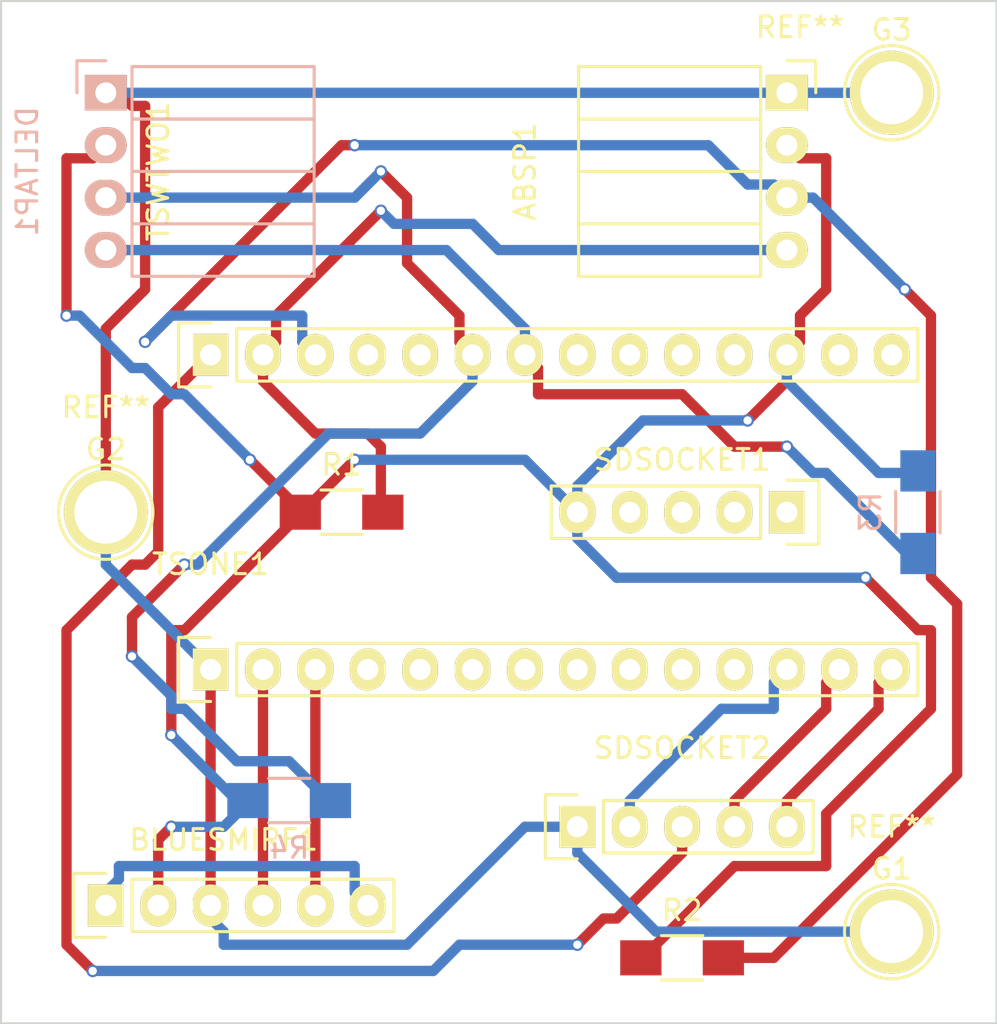
<source format=kicad_pcb>
(kicad_pcb (version 4) (host pcbnew 4.0.1-stable)

  (general
    (links 30)
    (no_connects 0)
    (area 120.599999 62.814999 168.960001 112.445001)
    (thickness 1.6)
    (drawings 63)
    (tracks 192)
    (zones 0)
    (modules 17)
    (nets 34)
  )

  (page A4)
  (title_block
    (title "ADC Amaranth")
    (date 2016-02-02)
    (company BasicAirData)
  )

  (layers
    (0 F.Cu signal)
    (31 B.Cu signal)
    (32 B.Adhes user)
    (33 F.Adhes user)
    (34 B.Paste user)
    (35 F.Paste user)
    (36 B.SilkS user)
    (37 F.SilkS user)
    (38 B.Mask user)
    (39 F.Mask user)
    (40 Dwgs.User user)
    (41 Cmts.User user)
    (42 Eco1.User user)
    (43 Eco2.User user)
    (44 Edge.Cuts user)
    (45 Margin user hide)
    (46 B.CrtYd user hide)
    (47 F.CrtYd user hide)
    (48 B.Fab user hide)
    (49 F.Fab user hide)
  )

  (setup
    (last_trace_width 0.5)
    (user_trace_width 0.5)
    (trace_clearance 0.2)
    (zone_clearance 0.508)
    (zone_45_only no)
    (trace_min 0.2)
    (segment_width 0.2)
    (edge_width 0.15)
    (via_size 0.6)
    (via_drill 0.4)
    (via_min_size 0.4)
    (via_min_drill 0.3)
    (uvia_size 0.3)
    (uvia_drill 0.1)
    (uvias_allowed no)
    (uvia_min_size 0.2)
    (uvia_min_drill 0.1)
    (pcb_text_width 0.3)
    (pcb_text_size 1.5 1.5)
    (mod_edge_width 0.15)
    (mod_text_size 1 1)
    (mod_text_width 0.15)
    (pad_size 1.524 1.524)
    (pad_drill 0.762)
    (pad_to_mask_clearance 0.2)
    (aux_axis_origin 0 0)
    (grid_origin 16.51 193.04)
    (visible_elements 7FFFFFFF)
    (pcbplotparams
      (layerselection 0x00030_80000001)
      (usegerberextensions false)
      (excludeedgelayer true)
      (linewidth 0.100000)
      (plotframeref false)
      (viasonmask false)
      (mode 1)
      (useauxorigin false)
      (hpglpennumber 1)
      (hpglpenspeed 20)
      (hpglpendiameter 15)
      (hpglpenoverlay 2)
      (psnegative false)
      (psa4output false)
      (plotreference true)
      (plotvalue true)
      (plotinvisibletext false)
      (padsonsilk false)
      (subtractmaskfromsilk false)
      (outputformat 1)
      (mirror false)
      (drillshape 1)
      (scaleselection 1)
      (outputdirectory ""))
  )

  (net 0 "")
  (net 1 "Net-(ABSP1-Pad1)")
  (net 2 "Net-(ABSP1-Pad2)")
  (net 3 "Net-(ABSP1-Pad3)")
  (net 4 "Net-(ABSP1-Pad4)")
  (net 5 "Net-(DELTAP1-Pad3)")
  (net 6 "Net-(DELTAP1-Pad4)")
  (net 7 "Net-(SDSOCKET1-Pad1)")
  (net 8 "Net-(SDSOCKET1-Pad2)")
  (net 9 "Net-(SDSOCKET1-Pad3)")
  (net 10 "Net-(SDSOCKET1-Pad4)")
  (net 11 "Net-(SDSOCKET2-Pad2)")
  (net 12 "Net-(SDSOCKET2-Pad3)")
  (net 13 "Net-(SDSOCKET2-Pad4)")
  (net 14 "Net-(SDSOCKET2-Pad5)")
  (net 15 "Net-(TSONE1-Pad4)")
  (net 16 "Net-(TSONE1-Pad5)")
  (net 17 "Net-(TSONE1-Pad6)")
  (net 18 "Net-(TSONE1-Pad7)")
  (net 19 "Net-(TSONE1-Pad8)")
  (net 20 "Net-(TSONE1-Pad9)")
  (net 21 "Net-(TSONE1-Pad10)")
  (net 22 "Net-(TSONE1-Pad11)")
  (net 23 "Net-(TSWTWO1-Pad4)")
  (net 24 "Net-(TSWTWO1-Pad5)")
  (net 25 "Net-(TSWTWO1-Pad8)")
  (net 26 "Net-(TSWTWO1-Pad9)")
  (net 27 "Net-(TSWTWO1-Pad10)")
  (net 28 "Net-(TSWTWO1-Pad11)")
  (net 29 "Net-(TSWTWO1-Pad13)")
  (net 30 "Net-(TSWTWO1-Pad14)")
  (net 31 "Net-(BLUESMIRF1-Pad1)")
  (net 32 "Net-(BLUESMIRF1-Pad4)")
  (net 33 "Net-(BLUESMIRF1-Pad5)")

  (net_class Default "This is the default net class."
    (clearance 0.2)
    (trace_width 0.5)
    (via_dia 0.6)
    (via_drill 0.4)
    (uvia_dia 0.3)
    (uvia_drill 0.1)
    (add_net "Net-(ABSP1-Pad1)")
    (add_net "Net-(ABSP1-Pad2)")
    (add_net "Net-(ABSP1-Pad3)")
    (add_net "Net-(ABSP1-Pad4)")
    (add_net "Net-(BLUESMIRF1-Pad1)")
    (add_net "Net-(BLUESMIRF1-Pad4)")
    (add_net "Net-(BLUESMIRF1-Pad5)")
    (add_net "Net-(DELTAP1-Pad3)")
    (add_net "Net-(DELTAP1-Pad4)")
    (add_net "Net-(SDSOCKET1-Pad1)")
    (add_net "Net-(SDSOCKET1-Pad2)")
    (add_net "Net-(SDSOCKET1-Pad3)")
    (add_net "Net-(SDSOCKET1-Pad4)")
    (add_net "Net-(SDSOCKET2-Pad2)")
    (add_net "Net-(SDSOCKET2-Pad3)")
    (add_net "Net-(SDSOCKET2-Pad4)")
    (add_net "Net-(SDSOCKET2-Pad5)")
    (add_net "Net-(TSONE1-Pad10)")
    (add_net "Net-(TSONE1-Pad11)")
    (add_net "Net-(TSONE1-Pad4)")
    (add_net "Net-(TSONE1-Pad5)")
    (add_net "Net-(TSONE1-Pad6)")
    (add_net "Net-(TSONE1-Pad7)")
    (add_net "Net-(TSONE1-Pad8)")
    (add_net "Net-(TSONE1-Pad9)")
    (add_net "Net-(TSWTWO1-Pad10)")
    (add_net "Net-(TSWTWO1-Pad11)")
    (add_net "Net-(TSWTWO1-Pad13)")
    (add_net "Net-(TSWTWO1-Pad14)")
    (add_net "Net-(TSWTWO1-Pad4)")
    (add_net "Net-(TSWTWO1-Pad5)")
    (add_net "Net-(TSWTWO1-Pad8)")
    (add_net "Net-(TSWTWO1-Pad9)")
  )

  (net_class BaD ""
    (clearance 0.2)
    (trace_width 0.25)
    (via_dia 0.6)
    (via_drill 0.4)
    (uvia_dia 0.3)
    (uvia_drill 0.1)
  )

  (module Socket_Strips:Socket_Strip_Straight_1x14 (layer F.Cu) (tedit 56B1B644) (tstamp 56B07734)
    (at 130.81 80.01)
    (descr "Through hole socket strip")
    (tags "socket strip")
    (path /56B09909)
    (fp_text reference TSWTWO1 (at -2.54 -8.89 90) (layer F.SilkS)
      (effects (font (size 1 1) (thickness 0.15)))
    )
    (fp_text value CONN_01X14 (at 0 -3.1) (layer F.Fab)
      (effects (font (size 1 1) (thickness 0.15)))
    )
    (fp_line (start -1.75 -1.75) (end -1.75 1.75) (layer F.CrtYd) (width 0.05))
    (fp_line (start 34.8 -1.75) (end 34.8 1.75) (layer F.CrtYd) (width 0.05))
    (fp_line (start -1.75 -1.75) (end 34.8 -1.75) (layer F.CrtYd) (width 0.05))
    (fp_line (start -1.75 1.75) (end 34.8 1.75) (layer F.CrtYd) (width 0.05))
    (fp_line (start 1.27 -1.27) (end 34.29 -1.27) (layer F.SilkS) (width 0.15))
    (fp_line (start 34.29 -1.27) (end 34.29 1.27) (layer F.SilkS) (width 0.15))
    (fp_line (start 34.29 1.27) (end 1.27 1.27) (layer F.SilkS) (width 0.15))
    (fp_line (start -1.55 1.55) (end 0 1.55) (layer F.SilkS) (width 0.15))
    (fp_line (start 1.27 1.27) (end 1.27 -1.27) (layer F.SilkS) (width 0.15))
    (fp_line (start 0 -1.55) (end -1.55 -1.55) (layer F.SilkS) (width 0.15))
    (fp_line (start -1.55 -1.55) (end -1.55 1.55) (layer F.SilkS) (width 0.15))
    (pad 1 thru_hole rect (at 0 0) (size 1.7272 2.032) (drill 1.016) (layers *.Cu *.Mask F.SilkS)
      (net 12 "Net-(SDSOCKET2-Pad3)"))
    (pad 2 thru_hole oval (at 2.54 0) (size 1.7272 2.032) (drill 1.016) (layers *.Cu *.Mask F.SilkS)
      (net 4 "Net-(ABSP1-Pad4)"))
    (pad 3 thru_hole oval (at 5.08 0) (size 1.7272 2.032) (drill 1.016) (layers *.Cu *.Mask F.SilkS)
      (net 3 "Net-(ABSP1-Pad3)"))
    (pad 4 thru_hole oval (at 7.62 0) (size 1.7272 2.032) (drill 1.016) (layers *.Cu *.Mask F.SilkS)
      (net 23 "Net-(TSWTWO1-Pad4)"))
    (pad 5 thru_hole oval (at 10.16 0) (size 1.7272 2.032) (drill 1.016) (layers *.Cu *.Mask F.SilkS)
      (net 24 "Net-(TSWTWO1-Pad5)"))
    (pad 6 thru_hole oval (at 12.7 0) (size 1.7272 2.032) (drill 1.016) (layers *.Cu *.Mask F.SilkS)
      (net 5 "Net-(DELTAP1-Pad3)"))
    (pad 7 thru_hole oval (at 15.24 0) (size 1.7272 2.032) (drill 1.016) (layers *.Cu *.Mask F.SilkS)
      (net 6 "Net-(DELTAP1-Pad4)"))
    (pad 8 thru_hole oval (at 17.78 0) (size 1.7272 2.032) (drill 1.016) (layers *.Cu *.Mask F.SilkS)
      (net 25 "Net-(TSWTWO1-Pad8)"))
    (pad 9 thru_hole oval (at 20.32 0) (size 1.7272 2.032) (drill 1.016) (layers *.Cu *.Mask F.SilkS)
      (net 26 "Net-(TSWTWO1-Pad9)"))
    (pad 10 thru_hole oval (at 22.86 0) (size 1.7272 2.032) (drill 1.016) (layers *.Cu *.Mask F.SilkS)
      (net 27 "Net-(TSWTWO1-Pad10)"))
    (pad 11 thru_hole oval (at 25.4 0) (size 1.7272 2.032) (drill 1.016) (layers *.Cu *.Mask F.SilkS)
      (net 28 "Net-(TSWTWO1-Pad11)"))
    (pad 12 thru_hole oval (at 27.94 0) (size 1.7272 2.032) (drill 1.016) (layers *.Cu *.Mask F.SilkS)
      (net 2 "Net-(ABSP1-Pad2)"))
    (pad 13 thru_hole oval (at 30.48 0) (size 1.7272 2.032) (drill 1.016) (layers *.Cu *.Mask F.SilkS)
      (net 29 "Net-(TSWTWO1-Pad13)"))
    (pad 14 thru_hole oval (at 33.02 0) (size 1.7272 2.032) (drill 1.016) (layers *.Cu *.Mask F.SilkS)
      (net 30 "Net-(TSWTWO1-Pad14)"))
    (model Socket_Strips.3dshapes/Socket_Strip_Straight_1x14.wrl
      (at (xyz 0.65 0 0))
      (scale (xyz 1 1 1))
      (rotate (xyz 0 0 180))
    )
  )

  (module Socket_Strips:Socket_Strip_Angled_1x04 (layer B.Cu) (tedit 56B1B6E0) (tstamp 56B076E6)
    (at 125.73 67.31 270)
    (descr "Through hole socket strip")
    (tags "socket strip")
    (path /56AF5FB9)
    (fp_text reference DELTAP1 (at 3.81 3.81 270) (layer B.SilkS)
      (effects (font (size 1 1) (thickness 0.15)) (justify mirror))
    )
    (fp_text value CONN_01X04 (at 0 2.75 270) (layer B.Fab)
      (effects (font (size 1 1) (thickness 0.15)) (justify mirror))
    )
    (fp_line (start -1.75 1.5) (end -1.75 -10.6) (layer B.CrtYd) (width 0.05))
    (fp_line (start 9.4 1.5) (end 9.4 -10.6) (layer B.CrtYd) (width 0.05))
    (fp_line (start -1.75 1.5) (end 9.4 1.5) (layer B.CrtYd) (width 0.05))
    (fp_line (start -1.75 -10.6) (end 9.4 -10.6) (layer B.CrtYd) (width 0.05))
    (fp_line (start 8.89 -10.1) (end 8.89 -1.27) (layer B.SilkS) (width 0.15))
    (fp_line (start 6.35 -10.1) (end 8.89 -10.1) (layer B.SilkS) (width 0.15))
    (fp_line (start 6.35 -1.27) (end 8.89 -1.27) (layer B.SilkS) (width 0.15))
    (fp_line (start 3.81 -1.27) (end 6.35 -1.27) (layer B.SilkS) (width 0.15))
    (fp_line (start 3.81 -10.1) (end 6.35 -10.1) (layer B.SilkS) (width 0.15))
    (fp_line (start 6.35 -10.1) (end 6.35 -1.27) (layer B.SilkS) (width 0.15))
    (fp_line (start 3.81 -10.1) (end 3.81 -1.27) (layer B.SilkS) (width 0.15))
    (fp_line (start 1.27 -10.1) (end 3.81 -10.1) (layer B.SilkS) (width 0.15))
    (fp_line (start 1.27 -1.27) (end 1.27 -10.1) (layer B.SilkS) (width 0.15))
    (fp_line (start 1.27 -1.27) (end 3.81 -1.27) (layer B.SilkS) (width 0.15))
    (fp_line (start -1.27 -1.27) (end 1.27 -1.27) (layer B.SilkS) (width 0.15))
    (fp_line (start 0 1.4) (end -1.55 1.4) (layer B.SilkS) (width 0.15))
    (fp_line (start -1.55 1.4) (end -1.55 0) (layer B.SilkS) (width 0.15))
    (fp_line (start -1.27 -1.27) (end -1.27 -10.1) (layer B.SilkS) (width 0.15))
    (fp_line (start -1.27 -10.1) (end 1.27 -10.1) (layer B.SilkS) (width 0.15))
    (fp_line (start 1.27 -10.1) (end 1.27 -1.27) (layer B.SilkS) (width 0.15))
    (pad 1 thru_hole rect (at 0 0 270) (size 1.7272 2.032) (drill 1.016) (layers *.Cu *.Mask B.SilkS)
      (net 1 "Net-(ABSP1-Pad1)"))
    (pad 2 thru_hole oval (at 2.54 0 270) (size 1.7272 2.032) (drill 1.016) (layers *.Cu *.Mask B.SilkS)
      (net 2 "Net-(ABSP1-Pad2)"))
    (pad 3 thru_hole oval (at 5.08 0 270) (size 1.7272 2.032) (drill 1.016) (layers *.Cu *.Mask B.SilkS)
      (net 5 "Net-(DELTAP1-Pad3)"))
    (pad 4 thru_hole oval (at 7.62 0 270) (size 1.7272 2.032) (drill 1.016) (layers *.Cu *.Mask B.SilkS)
      (net 6 "Net-(DELTAP1-Pad4)"))
    (model Socket_Strips.3dshapes/Socket_Strip_Angled_1x04.wrl
      (at (xyz 0.15 0 0))
      (scale (xyz 1 1 1))
      (rotate (xyz 0 0 180))
    )
  )

  (module Socket_Strips:Socket_Strip_Angled_1x04 (layer F.Cu) (tedit 56B1B56F) (tstamp 56B076D4)
    (at 158.75 67.31 270)
    (descr "Through hole socket strip")
    (tags "socket strip")
    (path /56AF5F5C)
    (fp_text reference ABSP1 (at 3.81 12.7 270) (layer F.SilkS)
      (effects (font (size 1 1) (thickness 0.15)))
    )
    (fp_text value CONN_01X04 (at 6.35 -3.81 270) (layer F.Fab)
      (effects (font (size 1 1) (thickness 0.15)))
    )
    (fp_line (start -1.75 -1.5) (end -1.75 10.6) (layer F.CrtYd) (width 0.05))
    (fp_line (start 9.4 -1.5) (end 9.4 10.6) (layer F.CrtYd) (width 0.05))
    (fp_line (start -1.75 -1.5) (end 9.4 -1.5) (layer F.CrtYd) (width 0.05))
    (fp_line (start -1.75 10.6) (end 9.4 10.6) (layer F.CrtYd) (width 0.05))
    (fp_line (start 8.89 10.1) (end 8.89 1.27) (layer F.SilkS) (width 0.15))
    (fp_line (start 6.35 10.1) (end 8.89 10.1) (layer F.SilkS) (width 0.15))
    (fp_line (start 6.35 1.27) (end 8.89 1.27) (layer F.SilkS) (width 0.15))
    (fp_line (start 3.81 1.27) (end 6.35 1.27) (layer F.SilkS) (width 0.15))
    (fp_line (start 3.81 10.1) (end 6.35 10.1) (layer F.SilkS) (width 0.15))
    (fp_line (start 6.35 10.1) (end 6.35 1.27) (layer F.SilkS) (width 0.15))
    (fp_line (start 3.81 10.1) (end 3.81 1.27) (layer F.SilkS) (width 0.15))
    (fp_line (start 1.27 10.1) (end 3.81 10.1) (layer F.SilkS) (width 0.15))
    (fp_line (start 1.27 1.27) (end 1.27 10.1) (layer F.SilkS) (width 0.15))
    (fp_line (start 1.27 1.27) (end 3.81 1.27) (layer F.SilkS) (width 0.15))
    (fp_line (start -1.27 1.27) (end 1.27 1.27) (layer F.SilkS) (width 0.15))
    (fp_line (start 0 -1.4) (end -1.55 -1.4) (layer F.SilkS) (width 0.15))
    (fp_line (start -1.55 -1.4) (end -1.55 0) (layer F.SilkS) (width 0.15))
    (fp_line (start -1.27 1.27) (end -1.27 10.1) (layer F.SilkS) (width 0.15))
    (fp_line (start -1.27 10.1) (end 1.27 10.1) (layer F.SilkS) (width 0.15))
    (fp_line (start 1.27 10.1) (end 1.27 1.27) (layer F.SilkS) (width 0.15))
    (pad 1 thru_hole rect (at 0 0 270) (size 1.7272 2.032) (drill 1.016) (layers *.Cu *.Mask F.SilkS)
      (net 1 "Net-(ABSP1-Pad1)"))
    (pad 2 thru_hole oval (at 2.54 0 270) (size 1.7272 2.032) (drill 1.016) (layers *.Cu *.Mask F.SilkS)
      (net 2 "Net-(ABSP1-Pad2)"))
    (pad 3 thru_hole oval (at 5.08 0 270) (size 1.7272 2.032) (drill 1.016) (layers *.Cu *.Mask F.SilkS)
      (net 3 "Net-(ABSP1-Pad3)"))
    (pad 4 thru_hole oval (at 7.62 0 270) (size 1.7272 2.032) (drill 1.016) (layers *.Cu *.Mask F.SilkS)
      (net 4 "Net-(ABSP1-Pad4)"))
    (model Socket_Strips.3dshapes/Socket_Strip_Angled_1x04.wrl
      (at (xyz 0.15 0 0))
      (scale (xyz 1 1 1))
      (rotate (xyz 0 0 180))
    )
  )

  (module Socket_Strips:Socket_Strip_Straight_1x05 (layer F.Cu) (tedit 56B1B603) (tstamp 56B07707)
    (at 158.75 87.63 180)
    (descr "Through hole socket strip")
    (tags "socket strip")
    (path /56AF4CB8)
    (fp_text reference SDSOCKET1 (at 5.08 2.54 180) (layer F.SilkS)
      (effects (font (size 1 1) (thickness 0.15)))
    )
    (fp_text value CONN_01X05 (at 0 -3.1 180) (layer F.Fab)
      (effects (font (size 1 1) (thickness 0.15)))
    )
    (fp_line (start -1.75 -1.75) (end -1.75 1.75) (layer F.CrtYd) (width 0.05))
    (fp_line (start 11.95 -1.75) (end 11.95 1.75) (layer F.CrtYd) (width 0.05))
    (fp_line (start -1.75 -1.75) (end 11.95 -1.75) (layer F.CrtYd) (width 0.05))
    (fp_line (start -1.75 1.75) (end 11.95 1.75) (layer F.CrtYd) (width 0.05))
    (fp_line (start 1.27 1.27) (end 11.43 1.27) (layer F.SilkS) (width 0.15))
    (fp_line (start 11.43 1.27) (end 11.43 -1.27) (layer F.SilkS) (width 0.15))
    (fp_line (start 11.43 -1.27) (end 1.27 -1.27) (layer F.SilkS) (width 0.15))
    (fp_line (start -1.55 1.55) (end 0 1.55) (layer F.SilkS) (width 0.15))
    (fp_line (start 1.27 1.27) (end 1.27 -1.27) (layer F.SilkS) (width 0.15))
    (fp_line (start 0 -1.55) (end -1.55 -1.55) (layer F.SilkS) (width 0.15))
    (fp_line (start -1.55 -1.55) (end -1.55 1.55) (layer F.SilkS) (width 0.15))
    (pad 1 thru_hole rect (at 0 0 180) (size 1.7272 2.032) (drill 1.016) (layers *.Cu *.Mask F.SilkS)
      (net 7 "Net-(SDSOCKET1-Pad1)"))
    (pad 2 thru_hole oval (at 2.54 0 180) (size 1.7272 2.032) (drill 1.016) (layers *.Cu *.Mask F.SilkS)
      (net 8 "Net-(SDSOCKET1-Pad2)"))
    (pad 3 thru_hole oval (at 5.08 0 180) (size 1.7272 2.032) (drill 1.016) (layers *.Cu *.Mask F.SilkS)
      (net 9 "Net-(SDSOCKET1-Pad3)"))
    (pad 4 thru_hole oval (at 7.62 0 180) (size 1.7272 2.032) (drill 1.016) (layers *.Cu *.Mask F.SilkS)
      (net 10 "Net-(SDSOCKET1-Pad4)"))
    (pad 5 thru_hole oval (at 10.16 0 180) (size 1.7272 2.032) (drill 1.016) (layers *.Cu *.Mask F.SilkS)
      (net 2 "Net-(ABSP1-Pad2)"))
    (model Socket_Strips.3dshapes/Socket_Strip_Straight_1x05.wrl
      (at (xyz 0.2 0 0))
      (scale (xyz 1 1 1))
      (rotate (xyz 0 0 180))
    )
  )

  (module Socket_Strips:Socket_Strip_Straight_1x05 (layer F.Cu) (tedit 56B1B5FC) (tstamp 56B07710)
    (at 148.59 102.87)
    (descr "Through hole socket strip")
    (tags "socket strip")
    (path /56AF4EA2)
    (fp_text reference SDSOCKET2 (at 5.08 -3.81) (layer F.SilkS)
      (effects (font (size 1 1) (thickness 0.15)))
    )
    (fp_text value CONN_01X05 (at 0 -3.1) (layer F.Fab)
      (effects (font (size 1 1) (thickness 0.15)))
    )
    (fp_line (start -1.75 -1.75) (end -1.75 1.75) (layer F.CrtYd) (width 0.05))
    (fp_line (start 11.95 -1.75) (end 11.95 1.75) (layer F.CrtYd) (width 0.05))
    (fp_line (start -1.75 -1.75) (end 11.95 -1.75) (layer F.CrtYd) (width 0.05))
    (fp_line (start -1.75 1.75) (end 11.95 1.75) (layer F.CrtYd) (width 0.05))
    (fp_line (start 1.27 1.27) (end 11.43 1.27) (layer F.SilkS) (width 0.15))
    (fp_line (start 11.43 1.27) (end 11.43 -1.27) (layer F.SilkS) (width 0.15))
    (fp_line (start 11.43 -1.27) (end 1.27 -1.27) (layer F.SilkS) (width 0.15))
    (fp_line (start -1.55 1.55) (end 0 1.55) (layer F.SilkS) (width 0.15))
    (fp_line (start 1.27 1.27) (end 1.27 -1.27) (layer F.SilkS) (width 0.15))
    (fp_line (start 0 -1.55) (end -1.55 -1.55) (layer F.SilkS) (width 0.15))
    (fp_line (start -1.55 -1.55) (end -1.55 1.55) (layer F.SilkS) (width 0.15))
    (pad 1 thru_hole rect (at 0 0) (size 1.7272 2.032) (drill 1.016) (layers *.Cu *.Mask F.SilkS)
      (net 1 "Net-(ABSP1-Pad1)"))
    (pad 2 thru_hole oval (at 2.54 0) (size 1.7272 2.032) (drill 1.016) (layers *.Cu *.Mask F.SilkS)
      (net 11 "Net-(SDSOCKET2-Pad2)"))
    (pad 3 thru_hole oval (at 5.08 0) (size 1.7272 2.032) (drill 1.016) (layers *.Cu *.Mask F.SilkS)
      (net 12 "Net-(SDSOCKET2-Pad3)"))
    (pad 4 thru_hole oval (at 7.62 0) (size 1.7272 2.032) (drill 1.016) (layers *.Cu *.Mask F.SilkS)
      (net 13 "Net-(SDSOCKET2-Pad4)"))
    (pad 5 thru_hole oval (at 10.16 0) (size 1.7272 2.032) (drill 1.016) (layers *.Cu *.Mask F.SilkS)
      (net 14 "Net-(SDSOCKET2-Pad5)"))
    (model Socket_Strips.3dshapes/Socket_Strip_Straight_1x05.wrl
      (at (xyz 0.2 0 0))
      (scale (xyz 1 1 1))
      (rotate (xyz 0 0 180))
    )
  )

  (module Socket_Strips:Socket_Strip_Straight_1x14 (layer F.Cu) (tedit 0) (tstamp 56B07722)
    (at 130.81 95.25)
    (descr "Through hole socket strip")
    (tags "socket strip")
    (path /56B09F71)
    (fp_text reference TSONE1 (at 0 -5.1) (layer F.SilkS)
      (effects (font (size 1 1) (thickness 0.15)))
    )
    (fp_text value CONN_01X14 (at 0 -3.1) (layer F.Fab)
      (effects (font (size 1 1) (thickness 0.15)))
    )
    (fp_line (start -1.75 -1.75) (end -1.75 1.75) (layer F.CrtYd) (width 0.05))
    (fp_line (start 34.8 -1.75) (end 34.8 1.75) (layer F.CrtYd) (width 0.05))
    (fp_line (start -1.75 -1.75) (end 34.8 -1.75) (layer F.CrtYd) (width 0.05))
    (fp_line (start -1.75 1.75) (end 34.8 1.75) (layer F.CrtYd) (width 0.05))
    (fp_line (start 1.27 -1.27) (end 34.29 -1.27) (layer F.SilkS) (width 0.15))
    (fp_line (start 34.29 -1.27) (end 34.29 1.27) (layer F.SilkS) (width 0.15))
    (fp_line (start 34.29 1.27) (end 1.27 1.27) (layer F.SilkS) (width 0.15))
    (fp_line (start -1.55 1.55) (end 0 1.55) (layer F.SilkS) (width 0.15))
    (fp_line (start 1.27 1.27) (end 1.27 -1.27) (layer F.SilkS) (width 0.15))
    (fp_line (start 0 -1.55) (end -1.55 -1.55) (layer F.SilkS) (width 0.15))
    (fp_line (start -1.55 -1.55) (end -1.55 1.55) (layer F.SilkS) (width 0.15))
    (pad 1 thru_hole rect (at 0 0) (size 1.7272 2.032) (drill 1.016) (layers *.Cu *.Mask F.SilkS)
      (net 1 "Net-(ABSP1-Pad1)"))
    (pad 2 thru_hole oval (at 2.54 0) (size 1.7272 2.032) (drill 1.016) (layers *.Cu *.Mask F.SilkS)
      (net 32 "Net-(BLUESMIRF1-Pad4)"))
    (pad 3 thru_hole oval (at 5.08 0) (size 1.7272 2.032) (drill 1.016) (layers *.Cu *.Mask F.SilkS)
      (net 33 "Net-(BLUESMIRF1-Pad5)"))
    (pad 4 thru_hole oval (at 7.62 0) (size 1.7272 2.032) (drill 1.016) (layers *.Cu *.Mask F.SilkS)
      (net 15 "Net-(TSONE1-Pad4)"))
    (pad 5 thru_hole oval (at 10.16 0) (size 1.7272 2.032) (drill 1.016) (layers *.Cu *.Mask F.SilkS)
      (net 16 "Net-(TSONE1-Pad5)"))
    (pad 6 thru_hole oval (at 12.7 0) (size 1.7272 2.032) (drill 1.016) (layers *.Cu *.Mask F.SilkS)
      (net 17 "Net-(TSONE1-Pad6)"))
    (pad 7 thru_hole oval (at 15.24 0) (size 1.7272 2.032) (drill 1.016) (layers *.Cu *.Mask F.SilkS)
      (net 18 "Net-(TSONE1-Pad7)"))
    (pad 8 thru_hole oval (at 17.78 0) (size 1.7272 2.032) (drill 1.016) (layers *.Cu *.Mask F.SilkS)
      (net 19 "Net-(TSONE1-Pad8)"))
    (pad 9 thru_hole oval (at 20.32 0) (size 1.7272 2.032) (drill 1.016) (layers *.Cu *.Mask F.SilkS)
      (net 20 "Net-(TSONE1-Pad9)"))
    (pad 10 thru_hole oval (at 22.86 0) (size 1.7272 2.032) (drill 1.016) (layers *.Cu *.Mask F.SilkS)
      (net 21 "Net-(TSONE1-Pad10)"))
    (pad 11 thru_hole oval (at 25.4 0) (size 1.7272 2.032) (drill 1.016) (layers *.Cu *.Mask F.SilkS)
      (net 22 "Net-(TSONE1-Pad11)"))
    (pad 12 thru_hole oval (at 27.94 0) (size 1.7272 2.032) (drill 1.016) (layers *.Cu *.Mask F.SilkS)
      (net 11 "Net-(SDSOCKET2-Pad2)"))
    (pad 13 thru_hole oval (at 30.48 0) (size 1.7272 2.032) (drill 1.016) (layers *.Cu *.Mask F.SilkS)
      (net 13 "Net-(SDSOCKET2-Pad4)"))
    (pad 14 thru_hole oval (at 33.02 0) (size 1.7272 2.032) (drill 1.016) (layers *.Cu *.Mask F.SilkS)
      (net 14 "Net-(SDSOCKET2-Pad5)"))
    (model Socket_Strips.3dshapes/Socket_Strip_Straight_1x14.wrl
      (at (xyz 0.65 0 0))
      (scale (xyz 1 1 1))
      (rotate (xyz 0 0 180))
    )
  )

  (module Resistors_SMD:R_1206_HandSoldering (layer F.Cu) (tedit 5418A20D) (tstamp 56B1B356)
    (at 137.16 87.63)
    (descr "Resistor SMD 1206, hand soldering")
    (tags "resistor 1206")
    (path /56AFE5A1)
    (attr smd)
    (fp_text reference R1 (at 0 -2.3) (layer F.SilkS)
      (effects (font (size 1 1) (thickness 0.15)))
    )
    (fp_text value 4700 (at 0 2.3) (layer F.Fab)
      (effects (font (size 1 1) (thickness 0.15)))
    )
    (fp_line (start -3.3 -1.2) (end 3.3 -1.2) (layer F.CrtYd) (width 0.05))
    (fp_line (start -3.3 1.2) (end 3.3 1.2) (layer F.CrtYd) (width 0.05))
    (fp_line (start -3.3 -1.2) (end -3.3 1.2) (layer F.CrtYd) (width 0.05))
    (fp_line (start 3.3 -1.2) (end 3.3 1.2) (layer F.CrtYd) (width 0.05))
    (fp_line (start 1 1.075) (end -1 1.075) (layer F.SilkS) (width 0.15))
    (fp_line (start -1 -1.075) (end 1 -1.075) (layer F.SilkS) (width 0.15))
    (pad 1 smd rect (at -2 0) (size 2 1.7) (layers F.Cu F.Paste F.Mask)
      (net 2 "Net-(ABSP1-Pad2)"))
    (pad 2 smd rect (at 2 0) (size 2 1.7) (layers F.Cu F.Paste F.Mask)
      (net 4 "Net-(ABSP1-Pad4)"))
    (model Resistors_SMD.3dshapes/R_1206_HandSoldering.wrl
      (at (xyz 0 0 0))
      (scale (xyz 1 1 1))
      (rotate (xyz 0 0 0))
    )
  )

  (module Resistors_SMD:R_1206_HandSoldering (layer F.Cu) (tedit 5418A20D) (tstamp 56B1B35C)
    (at 153.67 109.22)
    (descr "Resistor SMD 1206, hand soldering")
    (tags "resistor 1206")
    (path /56AFE61A)
    (attr smd)
    (fp_text reference R2 (at 0 -2.3) (layer F.SilkS)
      (effects (font (size 1 1) (thickness 0.15)))
    )
    (fp_text value 4700 (at 0 2.3) (layer F.Fab)
      (effects (font (size 1 1) (thickness 0.15)))
    )
    (fp_line (start -3.3 -1.2) (end 3.3 -1.2) (layer F.CrtYd) (width 0.05))
    (fp_line (start -3.3 1.2) (end 3.3 1.2) (layer F.CrtYd) (width 0.05))
    (fp_line (start -3.3 -1.2) (end -3.3 1.2) (layer F.CrtYd) (width 0.05))
    (fp_line (start 3.3 -1.2) (end 3.3 1.2) (layer F.CrtYd) (width 0.05))
    (fp_line (start 1 1.075) (end -1 1.075) (layer F.SilkS) (width 0.15))
    (fp_line (start -1 -1.075) (end 1 -1.075) (layer F.SilkS) (width 0.15))
    (pad 1 smd rect (at -2 0) (size 2 1.7) (layers F.Cu F.Paste F.Mask)
      (net 2 "Net-(ABSP1-Pad2)"))
    (pad 2 smd rect (at 2 0) (size 2 1.7) (layers F.Cu F.Paste F.Mask)
      (net 3 "Net-(ABSP1-Pad3)"))
    (model Resistors_SMD.3dshapes/R_1206_HandSoldering.wrl
      (at (xyz 0 0 0))
      (scale (xyz 1 1 1))
      (rotate (xyz 0 0 0))
    )
  )

  (module Resistors_SMD:R_1206_HandSoldering (layer B.Cu) (tedit 5418A20D) (tstamp 56B1B362)
    (at 165.1 87.63 270)
    (descr "Resistor SMD 1206, hand soldering")
    (tags "resistor 1206")
    (path /56AFD586)
    (attr smd)
    (fp_text reference R3 (at 0 2.3 270) (layer B.SilkS)
      (effects (font (size 1 1) (thickness 0.15)) (justify mirror))
    )
    (fp_text value 4700 (at 0 -2.3 270) (layer B.Fab)
      (effects (font (size 1 1) (thickness 0.15)) (justify mirror))
    )
    (fp_line (start -3.3 1.2) (end 3.3 1.2) (layer B.CrtYd) (width 0.05))
    (fp_line (start -3.3 -1.2) (end 3.3 -1.2) (layer B.CrtYd) (width 0.05))
    (fp_line (start -3.3 1.2) (end -3.3 -1.2) (layer B.CrtYd) (width 0.05))
    (fp_line (start 3.3 1.2) (end 3.3 -1.2) (layer B.CrtYd) (width 0.05))
    (fp_line (start 1 -1.075) (end -1 -1.075) (layer B.SilkS) (width 0.15))
    (fp_line (start -1 1.075) (end 1 1.075) (layer B.SilkS) (width 0.15))
    (pad 1 smd rect (at -2 0 270) (size 2 1.7) (layers B.Cu B.Paste B.Mask)
      (net 2 "Net-(ABSP1-Pad2)"))
    (pad 2 smd rect (at 2 0 270) (size 2 1.7) (layers B.Cu B.Paste B.Mask)
      (net 6 "Net-(DELTAP1-Pad4)"))
    (model Resistors_SMD.3dshapes/R_1206_HandSoldering.wrl
      (at (xyz 0 0 0))
      (scale (xyz 1 1 1))
      (rotate (xyz 0 0 0))
    )
  )

  (module Resistors_SMD:R_1206_HandSoldering (layer B.Cu) (tedit 5418A20D) (tstamp 56B1B368)
    (at 134.62 101.6)
    (descr "Resistor SMD 1206, hand soldering")
    (tags "resistor 1206")
    (path /56AFDC37)
    (attr smd)
    (fp_text reference R4 (at 0 2.3) (layer B.SilkS)
      (effects (font (size 1 1) (thickness 0.15)) (justify mirror))
    )
    (fp_text value 4700 (at 0 -2.3) (layer B.Fab)
      (effects (font (size 1 1) (thickness 0.15)) (justify mirror))
    )
    (fp_line (start -3.3 1.2) (end 3.3 1.2) (layer B.CrtYd) (width 0.05))
    (fp_line (start -3.3 -1.2) (end 3.3 -1.2) (layer B.CrtYd) (width 0.05))
    (fp_line (start -3.3 1.2) (end -3.3 -1.2) (layer B.CrtYd) (width 0.05))
    (fp_line (start 3.3 1.2) (end 3.3 -1.2) (layer B.CrtYd) (width 0.05))
    (fp_line (start 1 -1.075) (end -1 -1.075) (layer B.SilkS) (width 0.15))
    (fp_line (start -1 1.075) (end 1 1.075) (layer B.SilkS) (width 0.15))
    (pad 1 smd rect (at -2 0) (size 2 1.7) (layers B.Cu B.Paste B.Mask)
      (net 2 "Net-(ABSP1-Pad2)"))
    (pad 2 smd rect (at 2 0) (size 2 1.7) (layers B.Cu B.Paste B.Mask)
      (net 5 "Net-(DELTAP1-Pad3)"))
    (model Resistors_SMD.3dshapes/R_1206_HandSoldering.wrl
      (at (xyz 0 0 0))
      (scale (xyz 1 1 1))
      (rotate (xyz 0 0 0))
    )
  )

  (module Mounting_Holes:MountingHole_3mm (layer F.Cu) (tedit 56B22966) (tstamp 56B217CE)
    (at 125.73 87.63)
    (descr "Mounting hole, Befestigungsbohrung, 3mm, No Annular, Kein Restring,")
    (tags "Mounting hole, Befestigungsbohrung, 3mm, No Annular, Kein Restring,")
    (fp_text reference REF** (at 0 -5.08) (layer F.SilkS)
      (effects (font (size 1 1) (thickness 0.15)))
    )
    (fp_text value MountingHole_3mm (at 1.00076 5.00126) (layer F.Fab)
      (effects (font (size 1 1) (thickness 0.15)))
    )
    (fp_circle (center 0 0) (end 3 0) (layer Cmts.User) (width 0.381))
    (pad 1 thru_hole circle (at 0 0) (size 3 3) (drill 3) (layers))
  )

  (module Mounting_Holes:MountingHole_3mm (layer F.Cu) (tedit 56B22646) (tstamp 56B21818)
    (at 163.83 107.95)
    (descr "Mounting hole, Befestigungsbohrung, 3mm, No Annular, Kein Restring,")
    (tags "Mounting hole, Befestigungsbohrung, 3mm, No Annular, Kein Restring,")
    (fp_text reference REF** (at 0 -5.08) (layer F.SilkS)
      (effects (font (size 1 1) (thickness 0.15)))
    )
    (fp_text value MountingHole_3mm (at 1.00076 5.00126) (layer F.Fab)
      (effects (font (size 1 1) (thickness 0.15)))
    )
    (fp_circle (center 0 0) (end 3 0) (layer Cmts.User) (width 0.381))
    (pad 1 thru_hole circle (at 0 0) (size 3 3) (drill 3) (layers))
  )

  (module Mounting_Holes:MountingHole_3mm (layer F.Cu) (tedit 56B22640) (tstamp 56B2181F)
    (at 163.83 67.31)
    (descr "Mounting hole, Befestigungsbohrung, 3mm, No Annular, Kein Restring,")
    (tags "Mounting hole, Befestigungsbohrung, 3mm, No Annular, Kein Restring,")
    (fp_text reference REF** (at -4.445 -3.175) (layer F.SilkS)
      (effects (font (size 1 1) (thickness 0.15)))
    )
    (fp_text value MountingHole_3mm (at 1.00076 5.00126) (layer F.Fab)
      (effects (font (size 1 1) (thickness 0.15)))
    )
    (fp_circle (center 0 0) (end 3 0) (layer Cmts.User) (width 0.381))
    (pad 1 thru_hole circle (at 0 0) (size 3 3) (drill 3) (layers))
  )

  (module Connect:1pin (layer F.Cu) (tedit 0) (tstamp 56B2238B)
    (at 163.83 107.95)
    (descr "module 1 pin (ou trou mecanique de percage)")
    (tags DEV)
    (path /56B222DF)
    (fp_text reference G1 (at 0 -3.048) (layer F.SilkS)
      (effects (font (size 1 1) (thickness 0.15)))
    )
    (fp_text value CONN_01X01 (at 0 2.794) (layer F.Fab)
      (effects (font (size 1 1) (thickness 0.15)))
    )
    (fp_circle (center 0 0) (end 0 -2.286) (layer F.SilkS) (width 0.15))
    (pad 1 thru_hole circle (at 0 0) (size 4.064 4.064) (drill 3.048) (layers *.Cu *.Mask F.SilkS)
      (net 1 "Net-(ABSP1-Pad1)"))
  )

  (module Connect:1pin (layer F.Cu) (tedit 0) (tstamp 56B22390)
    (at 125.73 87.63)
    (descr "module 1 pin (ou trou mecanique de percage)")
    (tags DEV)
    (path /56B226B0)
    (fp_text reference G2 (at 0 -3.048) (layer F.SilkS)
      (effects (font (size 1 1) (thickness 0.15)))
    )
    (fp_text value CONN_01X01 (at 0 2.794) (layer F.Fab)
      (effects (font (size 1 1) (thickness 0.15)))
    )
    (fp_circle (center 0 0) (end 0 -2.286) (layer F.SilkS) (width 0.15))
    (pad 1 thru_hole circle (at 0 0) (size 4.064 4.064) (drill 3.048) (layers *.Cu *.Mask F.SilkS)
      (net 1 "Net-(ABSP1-Pad1)"))
  )

  (module Socket_Strips:Socket_Strip_Straight_1x06 (layer F.Cu) (tedit 56B22954) (tstamp 56B2260C)
    (at 125.73 106.68)
    (descr "Through hole socket strip")
    (tags "socket strip")
    (path /56AF4F17)
    (fp_text reference BLUESMIRF1 (at 5.715 -3.175) (layer F.SilkS)
      (effects (font (size 1 1) (thickness 0.15)))
    )
    (fp_text value CONN_01X06 (at 0 -3.1) (layer F.Fab)
      (effects (font (size 1 1) (thickness 0.15)))
    )
    (fp_line (start -1.75 -1.75) (end -1.75 1.75) (layer F.CrtYd) (width 0.05))
    (fp_line (start 14.45 -1.75) (end 14.45 1.75) (layer F.CrtYd) (width 0.05))
    (fp_line (start -1.75 -1.75) (end 14.45 -1.75) (layer F.CrtYd) (width 0.05))
    (fp_line (start -1.75 1.75) (end 14.45 1.75) (layer F.CrtYd) (width 0.05))
    (fp_line (start 1.27 1.27) (end 13.97 1.27) (layer F.SilkS) (width 0.15))
    (fp_line (start 13.97 1.27) (end 13.97 -1.27) (layer F.SilkS) (width 0.15))
    (fp_line (start 13.97 -1.27) (end 1.27 -1.27) (layer F.SilkS) (width 0.15))
    (fp_line (start -1.55 1.55) (end 0 1.55) (layer F.SilkS) (width 0.15))
    (fp_line (start 1.27 1.27) (end 1.27 -1.27) (layer F.SilkS) (width 0.15))
    (fp_line (start 0 -1.55) (end -1.55 -1.55) (layer F.SilkS) (width 0.15))
    (fp_line (start -1.55 -1.55) (end -1.55 1.55) (layer F.SilkS) (width 0.15))
    (pad 1 thru_hole rect (at 0 0) (size 1.7272 2.032) (drill 1.016) (layers *.Cu *.Mask F.SilkS)
      (net 31 "Net-(BLUESMIRF1-Pad1)"))
    (pad 2 thru_hole oval (at 2.54 0) (size 1.7272 2.032) (drill 1.016) (layers *.Cu *.Mask F.SilkS)
      (net 2 "Net-(ABSP1-Pad2)"))
    (pad 3 thru_hole oval (at 5.08 0) (size 1.7272 2.032) (drill 1.016) (layers *.Cu *.Mask F.SilkS)
      (net 1 "Net-(ABSP1-Pad1)"))
    (pad 4 thru_hole oval (at 7.62 0) (size 1.7272 2.032) (drill 1.016) (layers *.Cu *.Mask F.SilkS)
      (net 32 "Net-(BLUESMIRF1-Pad4)"))
    (pad 5 thru_hole oval (at 10.16 0) (size 1.7272 2.032) (drill 1.016) (layers *.Cu *.Mask F.SilkS)
      (net 33 "Net-(BLUESMIRF1-Pad5)"))
    (pad 6 thru_hole oval (at 12.7 0) (size 1.7272 2.032) (drill 1.016) (layers *.Cu *.Mask F.SilkS)
      (net 31 "Net-(BLUESMIRF1-Pad1)"))
    (model Socket_Strips.3dshapes/Socket_Strip_Straight_1x06.wrl
      (at (xyz 0.25 0 0))
      (scale (xyz 1 1 1))
      (rotate (xyz 0 0 180))
    )
  )

  (module Connect:1pin (layer F.Cu) (tedit 0) (tstamp 56B225A2)
    (at 163.83 67.31)
    (descr "module 1 pin (ou trou mecanique de percage)")
    (tags DEV)
    (path /56B22756)
    (fp_text reference G3 (at 0 -3.048) (layer F.SilkS)
      (effects (font (size 1 1) (thickness 0.15)))
    )
    (fp_text value CONN_01X01 (at 0 2.794) (layer F.Fab)
      (effects (font (size 1 1) (thickness 0.15)))
    )
    (fp_circle (center 0 0) (end 0 -2.286) (layer F.SilkS) (width 0.15))
    (pad 1 thru_hole circle (at 0 0) (size 4.064 4.064) (drill 3.048) (layers *.Cu *.Mask F.SilkS)
      (net 1 "Net-(ABSP1-Pad1)"))
  )

  (gr_circle (center 163.83 107.95) (end 165.33 107.95) (layer Dwgs.User) (width 0.1))
  (gr_circle (center 125.73 87.63) (end 127.23 87.63) (layer Dwgs.User) (width 0.1))
  (gr_circle (center 163.83 67.31) (end 165.33 67.31) (layer Dwgs.User) (width 0.1))
  (gr_circle (center 130.81 80.01) (end 131.06 80.01) (layer Dwgs.User) (width 0.1))
  (gr_circle (center 133.35 80.01) (end 133.6 80.01) (layer Dwgs.User) (width 0.1))
  (gr_circle (center 135.89 80.01) (end 136.14 80.01) (layer Dwgs.User) (width 0.1))
  (gr_circle (center 138.43 80.01) (end 138.68 80.01) (layer Dwgs.User) (width 0.1))
  (gr_circle (center 140.97 80.01) (end 141.22 80.01) (layer Dwgs.User) (width 0.1))
  (gr_circle (center 143.51 80.01) (end 143.76 80.01) (layer Dwgs.User) (width 0.1))
  (gr_circle (center 146.05 80.01) (end 146.3 80.01) (layer Dwgs.User) (width 0.1))
  (gr_circle (center 148.59 80.01) (end 148.84 80.01) (layer Dwgs.User) (width 0.1))
  (gr_circle (center 151.13 80.01) (end 151.38 80.01) (layer Dwgs.User) (width 0.1))
  (gr_circle (center 153.67 80.01) (end 153.92 80.01) (layer Dwgs.User) (width 0.1))
  (gr_circle (center 156.21 80.01) (end 156.46 80.01) (layer Dwgs.User) (width 0.1))
  (gr_circle (center 158.75 80.01) (end 159 80.01) (layer Dwgs.User) (width 0.1))
  (gr_circle (center 161.29 80.01) (end 161.54 80.01) (layer Dwgs.User) (width 0.1))
  (gr_circle (center 163.83 80.01) (end 164.08 80.01) (layer Dwgs.User) (width 0.1))
  (gr_circle (center 130.81 95.25) (end 131.06 95.25) (layer Dwgs.User) (width 0.1))
  (gr_circle (center 133.35 95.25) (end 133.6 95.25) (layer Dwgs.User) (width 0.1))
  (gr_circle (center 135.89 95.25) (end 136.14 95.25) (layer Dwgs.User) (width 0.1))
  (gr_circle (center 138.43 95.25) (end 138.68 95.25) (layer Dwgs.User) (width 0.1))
  (gr_circle (center 140.97 95.25) (end 141.22 95.25) (layer Dwgs.User) (width 0.1))
  (gr_circle (center 143.51 95.25) (end 143.76 95.25) (layer Dwgs.User) (width 0.1))
  (gr_circle (center 146.05 95.25) (end 146.3 95.25) (layer Dwgs.User) (width 0.1))
  (gr_circle (center 148.59 95.25) (end 148.84 95.25) (layer Dwgs.User) (width 0.1))
  (gr_circle (center 151.13 95.25) (end 151.38 95.25) (layer Dwgs.User) (width 0.1))
  (gr_circle (center 153.67 95.25) (end 153.92 95.25) (layer Dwgs.User) (width 0.1))
  (gr_circle (center 156.21 95.25) (end 156.46 95.25) (layer Dwgs.User) (width 0.1))
  (gr_circle (center 158.75 95.25) (end 159 95.25) (layer Dwgs.User) (width 0.1))
  (gr_circle (center 161.29 95.25) (end 161.54 95.25) (layer Dwgs.User) (width 0.1))
  (gr_circle (center 163.83 95.25) (end 164.08 95.25) (layer Dwgs.User) (width 0.1))
  (gr_circle (center 125.73 74.93) (end 125.98 74.93) (layer Dwgs.User) (width 0.1))
  (gr_circle (center 125.73 106.68) (end 125.98 106.68) (layer Dwgs.User) (width 0.1))
  (gr_circle (center 128.27 106.68) (end 128.52 106.68) (layer Dwgs.User) (width 0.1))
  (gr_circle (center 130.81 106.68) (end 131.06 106.68) (layer Dwgs.User) (width 0.1))
  (gr_circle (center 133.35 106.68) (end 133.6 106.68) (layer Dwgs.User) (width 0.1))
  (gr_circle (center 135.89 106.68) (end 136.14 106.68) (layer Dwgs.User) (width 0.1))
  (gr_circle (center 138.43 106.68) (end 138.68 106.68) (layer Dwgs.User) (width 0.1))
  (gr_circle (center 148.59 102.87) (end 148.84 102.87) (layer Dwgs.User) (width 0.1))
  (gr_circle (center 151.13 102.87) (end 151.38 102.87) (layer Dwgs.User) (width 0.1))
  (gr_circle (center 153.67 102.87) (end 153.92 102.87) (layer Dwgs.User) (width 0.1))
  (gr_circle (center 156.21 102.87) (end 156.46 102.87) (layer Dwgs.User) (width 0.1))
  (gr_circle (center 158.75 102.87) (end 159 102.87) (layer Dwgs.User) (width 0.1))
  (gr_circle (center 148.59 87.63) (end 148.84 87.63) (layer Dwgs.User) (width 0.1))
  (gr_circle (center 151.13 87.63) (end 151.38 87.63) (layer Dwgs.User) (width 0.1))
  (gr_circle (center 153.67 87.63) (end 153.92 87.63) (layer Dwgs.User) (width 0.1))
  (gr_circle (center 156.21 87.63) (end 156.46 87.63) (layer Dwgs.User) (width 0.1))
  (gr_circle (center 158.75 87.63) (end 159 87.63) (layer Dwgs.User) (width 0.1))
  (gr_circle (center 125.73 72.39) (end 125.98 72.39) (layer Dwgs.User) (width 0.1))
  (gr_circle (center 125.73 69.85) (end 125.98 69.85) (layer Dwgs.User) (width 0.1))
  (gr_circle (center 125.73 67.31) (end 125.98 67.31) (layer Dwgs.User) (width 0.1))
  (gr_circle (center 158.75 74.93) (end 159 74.93) (layer Dwgs.User) (width 0.1))
  (gr_circle (center 158.75 72.39) (end 159 72.39) (layer Dwgs.User) (width 0.1))
  (gr_circle (center 158.75 69.85) (end 159 69.85) (layer Dwgs.User) (width 0.1))
  (gr_circle (center 158.75 67.31) (end 159 67.31) (layer Dwgs.User) (width 0.1))
  (gr_line (start 168.91 112.395) (end 168.91 62.865) (layer Dwgs.User) (width 0.1))
  (gr_line (start 120.65 112.395) (end 168.91 112.395) (layer Dwgs.User) (width 0.1))
  (gr_line (start 120.65 62.865) (end 120.65 112.395) (layer Dwgs.User) (width 0.1))
  (gr_line (start 168.91 62.865) (end 120.65 62.865) (layer Dwgs.User) (width 0.1))
  (gr_line (start 168.91 112.395) (end 168.91 62.865) (layer Edge.Cuts) (width 0.1))
  (gr_line (start 120.65 112.395) (end 168.91 112.395) (layer Edge.Cuts) (width 0.1))
  (gr_line (start 120.65 62.865) (end 120.65 112.395) (layer Edge.Cuts) (width 0.1))
  (gr_line (start 168.91 62.865) (end 120.65 62.865) (layer Edge.Cuts) (width 0.1))

  (segment (start 148.59 102.87) (end 148.59 104.14) (width 0.5) (layer B.Cu) (net 1) (status 80000))
  (segment (start 148.59 104.14) (end 152.4 107.95) (width 0.5) (layer B.Cu) (net 1) (status 80000))
  (segment (start 152.4 107.95) (end 163.83 107.95) (width 0.5) (layer B.Cu) (net 1) (status 80000))
  (segment (start 158.75 67.31) (end 125.73 67.31) (width 0.5) (layer B.Cu) (net 1) (status 80000))
  (segment (start 130.81 106.68) (end 130.81 107.315) (width 0.5) (layer B.Cu) (net 1) (status 80000))
  (segment (start 130.81 107.315) (end 131.445 107.95) (width 0.5) (layer B.Cu) (net 1) (status 80000))
  (segment (start 131.445 107.95) (end 131.445 108.585) (width 0.5) (layer B.Cu) (net 1) (status 80000))
  (segment (start 131.445 108.585) (end 140.335 108.585) (width 0.5) (layer B.Cu) (net 1) (status 80000))
  (segment (start 140.335 108.585) (end 146.05 102.87) (width 0.5) (layer B.Cu) (net 1) (status 80000))
  (segment (start 146.05 102.87) (end 148.59 102.87) (width 0.5) (layer B.Cu) (net 1) (status 80000))
  (segment (start 125.73 87.63) (end 125.73 90.17) (width 0.5) (layer B.Cu) (net 1) (status 80000))
  (segment (start 125.73 90.17) (end 130.81 95.25) (width 0.5) (layer B.Cu) (net 1) (status 80000))
  (segment (start 125.73 67.31) (end 126.365 67.31) (width 0.5) (layer F.Cu) (net 1) (status 80000))
  (segment (start 126.365 67.31) (end 127 67.945) (width 0.5) (layer F.Cu) (net 1) (status 80000))
  (segment (start 127 67.945) (end 127.635 67.945) (width 0.5) (layer F.Cu) (net 1) (status 80000))
  (segment (start 127.635 67.945) (end 127.635 76.835) (width 0.5) (layer F.Cu) (net 1) (status 80000))
  (segment (start 127.635 76.835) (end 125.73 78.74) (width 0.5) (layer F.Cu) (net 1) (status 80000))
  (segment (start 125.73 78.74) (end 125.73 87.63) (width 0.5) (layer F.Cu) (net 1) (status 80000))
  (segment (start 130.81 95.25) (end 130.81 106.68) (width 0.5) (layer F.Cu) (net 1) (status 80000))
  (segment (start 163.83 67.31) (end 158.75 67.31) (width 0.5) (layer B.Cu) (net 1) (status 80000))
  (segment (start 135.16 87.63) (end 135.255 87.63) (width 0.5) (layer F.Cu) (net 2) (status 80000))
  (segment (start 135.255 87.63) (end 132.715 85.09) (width 0.5) (layer F.Cu) (net 2) (status 80000))
  (via (at 132.715 85.09) (size 0.6) (layers F.Cu B.Cu) (net 2) (status 80000))
  (segment (start 132.715 85.09) (end 129.54 81.915) (width 0.5) (layer B.Cu) (net 2) (status 80000))
  (segment (start 129.54 81.915) (end 128.905 81.915) (width 0.5) (layer B.Cu) (net 2) (status 80000))
  (segment (start 128.905 81.915) (end 127.635 80.645) (width 0.5) (layer B.Cu) (net 2) (status 80000))
  (segment (start 127.635 80.645) (end 127 80.645) (width 0.5) (layer B.Cu) (net 2) (status 80000))
  (segment (start 127 80.645) (end 124.46 78.105) (width 0.5) (layer B.Cu) (net 2) (status 80000))
  (segment (start 124.46 78.105) (end 123.825 78.105) (width 0.5) (layer B.Cu) (net 2) (status 80000))
  (via (at 123.825 78.105) (size 0.6) (layers F.Cu B.Cu) (net 2) (status 80000))
  (segment (start 123.825 78.105) (end 123.825 70.485) (width 0.5) (layer F.Cu) (net 2) (status 80000))
  (segment (start 123.825 70.485) (end 125.095 70.485) (width 0.5) (layer F.Cu) (net 2) (status 80000))
  (segment (start 125.095 70.485) (end 125.73 69.85) (width 0.5) (layer F.Cu) (net 2) (status 80000))
  (segment (start 148.59 87.63) (end 148.59 86.36) (width 0.5) (layer B.Cu) (net 2) (status 80000))
  (segment (start 148.59 86.36) (end 151.765 83.185) (width 0.5) (layer B.Cu) (net 2) (status 80000))
  (segment (start 151.765 83.185) (end 156.845 83.185) (width 0.5) (layer B.Cu) (net 2) (status 80000))
  (via (at 156.845 83.185) (size 0.6) (layers F.Cu B.Cu) (net 2) (status 80000))
  (segment (start 156.845 83.185) (end 158.75 81.28) (width 0.5) (layer F.Cu) (net 2) (status 80000))
  (segment (start 158.75 81.28) (end 158.75 80.01) (width 0.5) (layer F.Cu) (net 2) (status 80000))
  (segment (start 158.75 80.01) (end 158.75 81.28) (width 0.5) (layer B.Cu) (net 2) (status 80000))
  (segment (start 158.75 81.28) (end 163.195 85.725) (width 0.5) (layer B.Cu) (net 2) (status 80000))
  (segment (start 163.195 85.725) (end 165.1 85.725) (width 0.5) (layer B.Cu) (net 2) (status 80000))
  (segment (start 165.1 85.725) (end 165.1 85.63) (width 0.5) (layer B.Cu) (net 2) (tstamp 56B229BA) (status 80000))
  (segment (start 148.59 87.63) (end 148.59 88.9) (width 0.5) (layer B.Cu) (net 2) (status 80000))
  (segment (start 148.59 88.9) (end 150.495 90.805) (width 0.5) (layer B.Cu) (net 2) (status 80000))
  (segment (start 150.495 90.805) (end 162.56 90.805) (width 0.5) (layer B.Cu) (net 2) (status 80000))
  (via (at 162.56 90.805) (size 0.6) (layers F.Cu B.Cu) (net 2) (status 80000))
  (segment (start 162.56 90.805) (end 165.1 93.345) (width 0.5) (layer F.Cu) (net 2) (status 80000))
  (segment (start 165.1 93.345) (end 165.735 93.345) (width 0.5) (layer F.Cu) (net 2) (status 80000))
  (segment (start 165.735 93.345) (end 165.735 97.155) (width 0.5) (layer F.Cu) (net 2) (status 80000))
  (segment (start 165.735 97.155) (end 160.655 102.235) (width 0.5) (layer F.Cu) (net 2) (status 80000))
  (segment (start 160.655 102.235) (end 160.655 104.775) (width 0.5) (layer F.Cu) (net 2) (status 80000))
  (segment (start 160.655 104.775) (end 156.21 104.775) (width 0.5) (layer F.Cu) (net 2) (status 80000))
  (segment (start 156.21 104.775) (end 151.765 109.22) (width 0.5) (layer F.Cu) (net 2) (status 80000))
  (segment (start 151.765 109.22) (end 151.67 109.22) (width 0.5) (layer F.Cu) (net 2) (tstamp 56B229B9) (status 80000))
  (segment (start 132.62 101.6) (end 132.715 101.6) (width 0.5) (layer B.Cu) (net 2) (status 80000))
  (segment (start 132.715 101.6) (end 131.445 102.87) (width 0.5) (layer B.Cu) (net 2) (status 80000))
  (segment (start 131.445 102.87) (end 128.905 102.87) (width 0.5) (layer B.Cu) (net 2) (status 80000))
  (via (at 128.905 102.87) (size 0.6) (layers F.Cu B.Cu) (net 2) (status 80000))
  (segment (start 128.905 102.87) (end 128.27 103.505) (width 0.5) (layer F.Cu) (net 2) (status 80000))
  (segment (start 128.27 103.505) (end 128.27 106.68) (width 0.5) (layer F.Cu) (net 2) (status 80000))
  (segment (start 135.16 87.63) (end 135.255 87.63) (width 0.5) (layer F.Cu) (net 2) (status 80000))
  (segment (start 135.255 87.63) (end 129.54 93.345) (width 0.5) (layer F.Cu) (net 2) (status 80000))
  (segment (start 129.54 93.345) (end 128.905 93.345) (width 0.5) (layer F.Cu) (net 2) (status 80000))
  (segment (start 128.905 93.345) (end 128.905 98.425) (width 0.5) (layer F.Cu) (net 2) (status 80000))
  (via (at 128.905 98.425) (size 0.6) (layers F.Cu B.Cu) (net 2) (status 80000))
  (segment (start 128.905 98.425) (end 132.08 101.6) (width 0.5) (layer B.Cu) (net 2) (status 80000))
  (segment (start 132.08 101.6) (end 132.62 101.6) (width 0.5) (layer B.Cu) (net 2) (status 80000))
  (segment (start 148.59 87.63) (end 146.05 85.09) (width 0.5) (layer B.Cu) (net 2) (status 80000))
  (segment (start 146.05 85.09) (end 137.795 85.09) (width 0.5) (layer B.Cu) (net 2) (status 80000))
  (via (at 137.795 85.09) (size 0.6) (layers F.Cu B.Cu) (net 2) (status 80000))
  (segment (start 137.795 85.09) (end 135.255 87.63) (width 0.5) (layer F.Cu) (net 2) (status 80000))
  (segment (start 135.255 87.63) (end 135.16 87.63) (width 0.5) (layer F.Cu) (net 2) (tstamp 56B229B8) (status 80000))
  (segment (start 158.75 80.01) (end 159.385 79.375) (width 0.5) (layer F.Cu) (net 2) (status 80000))
  (segment (start 159.385 79.375) (end 159.385 78.105) (width 0.5) (layer F.Cu) (net 2) (status 80000))
  (segment (start 159.385 78.105) (end 160.655 76.835) (width 0.5) (layer F.Cu) (net 2) (status 80000))
  (segment (start 160.655 76.835) (end 160.655 70.485) (width 0.5) (layer F.Cu) (net 2) (status 80000))
  (segment (start 160.655 70.485) (end 159.385 70.485) (width 0.5) (layer F.Cu) (net 2) (status 80000))
  (segment (start 159.385 70.485) (end 158.75 69.85) (width 0.5) (layer F.Cu) (net 2) (status 80000))
  (segment (start 158.75 72.39) (end 158.115 71.755) (width 0.5) (layer B.Cu) (net 3) (status 80000))
  (segment (start 158.115 71.755) (end 156.845 71.755) (width 0.5) (layer B.Cu) (net 3) (status 80000))
  (segment (start 156.845 71.755) (end 154.94 69.85) (width 0.5) (layer B.Cu) (net 3) (status 80000))
  (segment (start 154.94 69.85) (end 137.795 69.85) (width 0.5) (layer B.Cu) (net 3) (status 80000))
  (via (at 137.795 69.85) (size 0.6) (layers F.Cu B.Cu) (net 3) (status 80000))
  (segment (start 137.795 69.85) (end 137.16 69.85) (width 0.5) (layer F.Cu) (net 3) (status 80000))
  (segment (start 137.16 69.85) (end 127.635 79.375) (width 0.5) (layer F.Cu) (net 3) (status 80000))
  (via (at 127.635 79.375) (size 0.6) (layers F.Cu B.Cu) (net 3) (status 80000))
  (segment (start 127.635 79.375) (end 128.905 78.105) (width 0.5) (layer B.Cu) (net 3) (status 80000))
  (segment (start 128.905 78.105) (end 135.255 78.105) (width 0.5) (layer B.Cu) (net 3) (status 80000))
  (segment (start 135.255 78.105) (end 135.255 79.375) (width 0.5) (layer B.Cu) (net 3) (status 80000))
  (segment (start 135.255 79.375) (end 135.89 80.01) (width 0.5) (layer B.Cu) (net 3) (status 80000))
  (segment (start 155.67 109.22) (end 158.115 109.22) (width 0.5) (layer F.Cu) (net 3) (status 80000))
  (segment (start 158.115 109.22) (end 161.29 106.045) (width 0.5) (layer F.Cu) (net 3) (status 80000))
  (segment (start 161.29 106.045) (end 160.655 106.68) (width 0.5) (layer F.Cu) (net 3) (status 80000))
  (segment (start 160.655 106.68) (end 161.925 105.41) (width 0.5) (layer F.Cu) (net 3) (status 80000))
  (segment (start 161.925 105.41) (end 167.005 100.33) (width 0.5) (layer F.Cu) (net 3) (status 80000))
  (segment (start 167.005 100.33) (end 167.005 92.075) (width 0.5) (layer F.Cu) (net 3) (status 80000))
  (segment (start 167.005 92.075) (end 165.735 90.805) (width 0.5) (layer F.Cu) (net 3) (status 80000))
  (segment (start 165.735 90.805) (end 165.735 78.105) (width 0.5) (layer F.Cu) (net 3) (status 80000))
  (segment (start 165.735 78.105) (end 164.465 76.835) (width 0.5) (layer F.Cu) (net 3) (status 80000))
  (via (at 164.465 76.835) (size 0.6) (layers F.Cu B.Cu) (net 3) (status 80000))
  (segment (start 164.465 76.835) (end 160.02 72.39) (width 0.5) (layer B.Cu) (net 3) (status 80000))
  (segment (start 160.02 72.39) (end 158.75 72.39) (width 0.5) (layer B.Cu) (net 3) (status 80000))
  (segment (start 133.35 80.01) (end 133.985 79.375) (width 0.5) (layer F.Cu) (net 4) (status 80000))
  (segment (start 133.985 79.375) (end 133.985 78.105) (width 0.5) (layer F.Cu) (net 4) (status 80000))
  (segment (start 133.985 78.105) (end 139.065 73.025) (width 0.5) (layer F.Cu) (net 4) (status 80000))
  (via (at 139.065 73.025) (size 0.6) (layers F.Cu B.Cu) (net 4) (status 80000))
  (segment (start 139.065 73.025) (end 139.7 73.66) (width 0.5) (layer B.Cu) (net 4) (status 80000))
  (segment (start 139.7 73.66) (end 143.51 73.66) (width 0.5) (layer B.Cu) (net 4) (status 80000))
  (segment (start 143.51 73.66) (end 144.78 74.93) (width 0.5) (layer B.Cu) (net 4) (status 80000))
  (segment (start 144.78 74.93) (end 158.75 74.93) (width 0.5) (layer B.Cu) (net 4) (status 80000))
  (segment (start 139.16 87.63) (end 139.065 87.63) (width 0.5) (layer F.Cu) (net 4) (status 80000))
  (segment (start 139.065 87.63) (end 139.065 84.455) (width 0.5) (layer F.Cu) (net 4) (status 80000))
  (segment (start 139.065 84.455) (end 138.43 83.82) (width 0.5) (layer F.Cu) (net 4) (status 80000))
  (segment (start 138.43 83.82) (end 135.89 83.82) (width 0.5) (layer F.Cu) (net 4) (status 80000))
  (segment (start 135.89 83.82) (end 133.35 81.28) (width 0.5) (layer F.Cu) (net 4) (status 80000))
  (segment (start 133.35 81.28) (end 133.35 80.01) (width 0.5) (layer F.Cu) (net 4) (status 80000))
  (segment (start 143.51 80.01) (end 142.875 79.375) (width 0.5) (layer F.Cu) (net 5) (status 80000))
  (segment (start 142.875 79.375) (end 142.875 78.105) (width 0.5) (layer F.Cu) (net 5) (status 80000))
  (segment (start 142.875 78.105) (end 140.335 75.565) (width 0.5) (layer F.Cu) (net 5) (status 80000))
  (segment (start 140.335 75.565) (end 140.335 72.39) (width 0.5) (layer F.Cu) (net 5) (status 80000))
  (segment (start 140.335 72.39) (end 139.065 71.12) (width 0.5) (layer F.Cu) (net 5) (status 80000))
  (via (at 139.065 71.12) (size 0.6) (layers F.Cu B.Cu) (net 5) (status 80000))
  (segment (start 139.065 71.12) (end 137.795 72.39) (width 0.5) (layer B.Cu) (net 5) (status 80000))
  (segment (start 137.795 72.39) (end 125.73 72.39) (width 0.5) (layer B.Cu) (net 5) (status 80000))
  (segment (start 143.51 80.01) (end 143.51 81.28) (width 0.5) (layer B.Cu) (net 5) (status 80000))
  (segment (start 143.51 81.28) (end 140.97 83.82) (width 0.5) (layer B.Cu) (net 5) (status 80000))
  (segment (start 140.97 83.82) (end 136.525 83.82) (width 0.5) (layer B.Cu) (net 5) (status 80000))
  (segment (start 136.525 83.82) (end 130.175 90.17) (width 0.5) (layer B.Cu) (net 5) (status 80000))
  (segment (start 130.175 90.17) (end 129.54 90.17) (width 0.5) (layer B.Cu) (net 5) (status 80000))
  (via (at 129.54 90.17) (size 0.6) (layers F.Cu B.Cu) (net 5) (status 80000))
  (segment (start 129.54 90.17) (end 127 92.71) (width 0.5) (layer F.Cu) (net 5) (status 80000))
  (segment (start 127 92.71) (end 127 94.615) (width 0.5) (layer F.Cu) (net 5) (status 80000))
  (via (at 127 94.615) (size 0.6) (layers F.Cu B.Cu) (net 5) (status 80000))
  (segment (start 127 94.615) (end 128.905 96.52) (width 0.5) (layer B.Cu) (net 5) (status 80000))
  (segment (start 128.905 96.52) (end 128.905 97.155) (width 0.5) (layer B.Cu) (net 5) (status 80000))
  (segment (start 128.905 97.155) (end 129.54 97.155) (width 0.5) (layer B.Cu) (net 5) (status 80000))
  (segment (start 129.54 97.155) (end 132.08 99.695) (width 0.5) (layer B.Cu) (net 5) (status 80000))
  (segment (start 132.08 99.695) (end 134.62 99.695) (width 0.5) (layer B.Cu) (net 5) (status 80000))
  (segment (start 134.62 99.695) (end 136.525 101.6) (width 0.5) (layer B.Cu) (net 5) (status 80000))
  (segment (start 136.525 101.6) (end 136.62 101.6) (width 0.5) (layer B.Cu) (net 5) (tstamp 56B229BB) (status 80000))
  (segment (start 146.05 80.01) (end 146.685 80.645) (width 0.5) (layer F.Cu) (net 6) (status 80000))
  (segment (start 146.685 80.645) (end 146.685 81.915) (width 0.5) (layer F.Cu) (net 6) (status 80000))
  (segment (start 146.685 81.915) (end 153.67 81.915) (width 0.5) (layer F.Cu) (net 6) (status 80000))
  (segment (start 153.67 81.915) (end 156.21 84.455) (width 0.5) (layer F.Cu) (net 6) (status 80000))
  (segment (start 156.21 84.455) (end 158.75 84.455) (width 0.5) (layer F.Cu) (net 6) (status 80000))
  (via (at 158.75 84.455) (size 0.6) (layers F.Cu B.Cu) (net 6) (status 80000))
  (segment (start 158.75 84.455) (end 160.02 85.725) (width 0.5) (layer B.Cu) (net 6) (status 80000))
  (segment (start 160.02 85.725) (end 160.655 85.725) (width 0.5) (layer B.Cu) (net 6) (status 80000))
  (segment (start 160.655 85.725) (end 164.465 89.535) (width 0.5) (layer B.Cu) (net 6) (status 80000))
  (segment (start 164.465 89.535) (end 165.1 89.535) (width 0.5) (layer B.Cu) (net 6) (status 80000))
  (segment (start 165.1 89.535) (end 165.1 89.63) (width 0.5) (layer B.Cu) (net 6) (tstamp 56B229BC) (status 80000))
  (segment (start 146.05 80.01) (end 146.05 78.74) (width 0.5) (layer B.Cu) (net 6) (status 80000))
  (segment (start 146.05 78.74) (end 142.24 74.93) (width 0.5) (layer B.Cu) (net 6) (status 80000))
  (segment (start 142.24 74.93) (end 125.73 74.93) (width 0.5) (layer B.Cu) (net 6) (status 80000))
  (segment (start 151.13 102.87) (end 151.13 101.6) (width 0.5) (layer B.Cu) (net 11) (status 80000))
  (segment (start 151.13 101.6) (end 155.575 97.155) (width 0.5) (layer B.Cu) (net 11) (status 80000))
  (segment (start 155.575 97.155) (end 158.115 97.155) (width 0.5) (layer B.Cu) (net 11) (status 80000))
  (segment (start 158.115 97.155) (end 158.115 95.885) (width 0.5) (layer B.Cu) (net 11) (status 80000))
  (segment (start 158.115 95.885) (end 158.75 95.25) (width 0.5) (layer B.Cu) (net 11) (status 80000))
  (segment (start 130.81 80.01) (end 128.27 82.55) (width 0.5) (layer F.Cu) (net 12) (status 80000))
  (segment (start 128.27 82.55) (end 128.27 89.535) (width 0.5) (layer F.Cu) (net 12) (status 80000))
  (segment (start 128.27 89.535) (end 127.635 90.17) (width 0.5) (layer F.Cu) (net 12) (status 80000))
  (segment (start 127.635 90.17) (end 127 90.17) (width 0.5) (layer F.Cu) (net 12) (status 80000))
  (segment (start 127 90.17) (end 123.825 93.345) (width 0.5) (layer F.Cu) (net 12) (status 80000))
  (segment (start 123.825 93.345) (end 123.825 108.585) (width 0.5) (layer F.Cu) (net 12) (status 80000))
  (segment (start 123.825 108.585) (end 125.095 109.855) (width 0.5) (layer F.Cu) (net 12) (status 80000))
  (via (at 125.095 109.855) (size 0.6) (layers F.Cu B.Cu) (net 12) (status 80000))
  (segment (start 125.095 109.855) (end 141.605 109.855) (width 0.5) (layer B.Cu) (net 12) (status 80000))
  (segment (start 141.605 109.855) (end 142.875 108.585) (width 0.5) (layer B.Cu) (net 12) (status 80000))
  (segment (start 142.875 108.585) (end 148.59 108.585) (width 0.5) (layer B.Cu) (net 12) (status 80000))
  (via (at 148.59 108.585) (size 0.6) (layers F.Cu B.Cu) (net 12) (status 80000))
  (segment (start 148.59 108.585) (end 149.86 107.315) (width 0.5) (layer F.Cu) (net 12) (status 80000))
  (segment (start 149.86 107.315) (end 150.495 107.315) (width 0.5) (layer F.Cu) (net 12) (status 80000))
  (segment (start 150.495 107.315) (end 153.67 104.14) (width 0.5) (layer F.Cu) (net 12) (status 80000))
  (segment (start 153.67 104.14) (end 153.67 102.87) (width 0.5) (layer F.Cu) (net 12) (status 80000))
  (segment (start 161.29 95.25) (end 160.655 95.885) (width 0.5) (layer F.Cu) (net 13) (status 80000))
  (segment (start 160.655 95.885) (end 160.655 97.155) (width 0.5) (layer F.Cu) (net 13) (status 80000))
  (segment (start 160.655 97.155) (end 156.21 101.6) (width 0.5) (layer F.Cu) (net 13) (status 80000))
  (segment (start 156.21 101.6) (end 156.21 102.87) (width 0.5) (layer F.Cu) (net 13) (status 80000))
  (segment (start 163.83 95.25) (end 163.195 95.885) (width 0.5) (layer F.Cu) (net 14) (status 80000))
  (segment (start 163.195 95.885) (end 163.195 97.155) (width 0.5) (layer F.Cu) (net 14) (status 80000))
  (segment (start 163.195 97.155) (end 158.75 101.6) (width 0.5) (layer F.Cu) (net 14) (status 80000))
  (segment (start 158.75 101.6) (end 158.75 102.87) (width 0.5) (layer F.Cu) (net 14) (status 80000))
  (segment (start 125.73 106.68) (end 125.73 106.045) (width 0.5) (layer B.Cu) (net 31) (status 80000))
  (segment (start 125.73 106.045) (end 126.365 105.41) (width 0.5) (layer B.Cu) (net 31) (status 80000))
  (segment (start 126.365 105.41) (end 126.365 104.775) (width 0.5) (layer B.Cu) (net 31) (status 80000))
  (segment (start 126.365 104.775) (end 137.795 104.775) (width 0.5) (layer B.Cu) (net 31) (status 80000))
  (segment (start 137.795 104.775) (end 137.795 106.045) (width 0.5) (layer B.Cu) (net 31) (status 80000))
  (segment (start 137.795 106.045) (end 138.43 106.68) (width 0.5) (layer B.Cu) (net 31) (status 80000))
  (segment (start 133.35 106.68) (end 133.35 95.25) (width 0.5) (layer F.Cu) (net 32) (status 80000))
  (segment (start 135.89 106.68) (end 135.89 95.25) (width 0.5) (layer F.Cu) (net 33) (status 80000))

)

</source>
